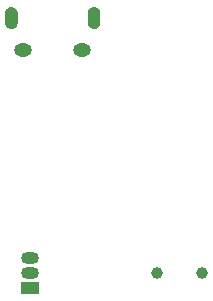
<source format=gbr>
%TF.GenerationSoftware,KiCad,Pcbnew,7.0.10*%
%TF.CreationDate,2024-11-19T10:35:13-08:00*%
%TF.ProjectId,pcb,7063622e-6b69-4636-9164-5f7063625858,rev?*%
%TF.SameCoordinates,Original*%
%TF.FileFunction,Soldermask,Bot*%
%TF.FilePolarity,Negative*%
%FSLAX46Y46*%
G04 Gerber Fmt 4.6, Leading zero omitted, Abs format (unit mm)*
G04 Created by KiCad (PCBNEW 7.0.10) date 2024-11-19 10:35:13*
%MOMM*%
%LPD*%
G01*
G04 APERTURE LIST*
%ADD10C,0.010000*%
%ADD11R,1.500000X1.050000*%
%ADD12O,1.500000X1.050000*%
%ADD13C,1.000000*%
%ADD14O,1.504000X1.154000*%
G04 APERTURE END LIST*
%TO.C,J1*%
D10*
X166119317Y-88190340D02*
X166144317Y-88192340D01*
X166169317Y-88195340D01*
X166194317Y-88200340D01*
X166219317Y-88206340D01*
X166244317Y-88213340D01*
X166268317Y-88221340D01*
X166291317Y-88231340D01*
X166314317Y-88242340D01*
X166337317Y-88254340D01*
X166359317Y-88268340D01*
X166380317Y-88282340D01*
X166400317Y-88298340D01*
X166419317Y-88314340D01*
X166438317Y-88332340D01*
X166455317Y-88350340D01*
X166472317Y-88370340D01*
X166487317Y-88390340D01*
X166502317Y-88411340D01*
X166515317Y-88433340D01*
X166527317Y-88455340D01*
X166538317Y-88478340D01*
X166548317Y-88502340D01*
X166557317Y-88526340D01*
X166564317Y-88550340D01*
X166570317Y-88575340D01*
X166574317Y-88600340D01*
X166578317Y-88626340D01*
X166580317Y-88651340D01*
X166580317Y-88676340D01*
X166580317Y-89452340D01*
X166580317Y-89477340D01*
X166578317Y-89502340D01*
X166574317Y-89528340D01*
X166570317Y-89553340D01*
X166564317Y-89578340D01*
X166557317Y-89602340D01*
X166548317Y-89626340D01*
X166538317Y-89650340D01*
X166527317Y-89673340D01*
X166515317Y-89695340D01*
X166502317Y-89717340D01*
X166487317Y-89738340D01*
X166472317Y-89758340D01*
X166455317Y-89778340D01*
X166438317Y-89796340D01*
X166419317Y-89814340D01*
X166400317Y-89830340D01*
X166380317Y-89846340D01*
X166359317Y-89860340D01*
X166337317Y-89874340D01*
X166314317Y-89886340D01*
X166291317Y-89897340D01*
X166268317Y-89907340D01*
X166244317Y-89915340D01*
X166219317Y-89922340D01*
X166194317Y-89928340D01*
X166169317Y-89933340D01*
X166144317Y-89936340D01*
X166119317Y-89938340D01*
X166093317Y-89939340D01*
X166067317Y-89938340D01*
X166042317Y-89936340D01*
X166017317Y-89933340D01*
X165992317Y-89928340D01*
X165967317Y-89922340D01*
X165942317Y-89915340D01*
X165918317Y-89907340D01*
X165895317Y-89897340D01*
X165872317Y-89886340D01*
X165849317Y-89874340D01*
X165827317Y-89860340D01*
X165806317Y-89846340D01*
X165786317Y-89830340D01*
X165767317Y-89814340D01*
X165748317Y-89796340D01*
X165731317Y-89778340D01*
X165714317Y-89758340D01*
X165699317Y-89738340D01*
X165684317Y-89717340D01*
X165671317Y-89695340D01*
X165659317Y-89673340D01*
X165648317Y-89650340D01*
X165638317Y-89626340D01*
X165629317Y-89602340D01*
X165622317Y-89578340D01*
X165616317Y-89553340D01*
X165612317Y-89528340D01*
X165608317Y-89502340D01*
X165606317Y-89477340D01*
X165606317Y-89452340D01*
X165605817Y-89451840D01*
X165606317Y-88676340D01*
X165606317Y-88651340D01*
X165608317Y-88626340D01*
X165612317Y-88600340D01*
X165616317Y-88575340D01*
X165622317Y-88550340D01*
X165629317Y-88526340D01*
X165638317Y-88502340D01*
X165648317Y-88478340D01*
X165659317Y-88455340D01*
X165671317Y-88433340D01*
X165684317Y-88411340D01*
X165699317Y-88390340D01*
X165714317Y-88370340D01*
X165731317Y-88350340D01*
X165748317Y-88332340D01*
X165767317Y-88314340D01*
X165786317Y-88298340D01*
X165806317Y-88282340D01*
X165827317Y-88268340D01*
X165849317Y-88254340D01*
X165872317Y-88242340D01*
X165895317Y-88231340D01*
X165918317Y-88221340D01*
X165942317Y-88213340D01*
X165967317Y-88206340D01*
X165992317Y-88200340D01*
X166017317Y-88195340D01*
X166042317Y-88192340D01*
X166067317Y-88190340D01*
X166093317Y-88189340D01*
X166119317Y-88190340D01*
G36*
X166119317Y-88190340D02*
G01*
X166144317Y-88192340D01*
X166169317Y-88195340D01*
X166194317Y-88200340D01*
X166219317Y-88206340D01*
X166244317Y-88213340D01*
X166268317Y-88221340D01*
X166291317Y-88231340D01*
X166314317Y-88242340D01*
X166337317Y-88254340D01*
X166359317Y-88268340D01*
X166380317Y-88282340D01*
X166400317Y-88298340D01*
X166419317Y-88314340D01*
X166438317Y-88332340D01*
X166455317Y-88350340D01*
X166472317Y-88370340D01*
X166487317Y-88390340D01*
X166502317Y-88411340D01*
X166515317Y-88433340D01*
X166527317Y-88455340D01*
X166538317Y-88478340D01*
X166548317Y-88502340D01*
X166557317Y-88526340D01*
X166564317Y-88550340D01*
X166570317Y-88575340D01*
X166574317Y-88600340D01*
X166578317Y-88626340D01*
X166580317Y-88651340D01*
X166580317Y-88676340D01*
X166580317Y-89452340D01*
X166580317Y-89477340D01*
X166578317Y-89502340D01*
X166574317Y-89528340D01*
X166570317Y-89553340D01*
X166564317Y-89578340D01*
X166557317Y-89602340D01*
X166548317Y-89626340D01*
X166538317Y-89650340D01*
X166527317Y-89673340D01*
X166515317Y-89695340D01*
X166502317Y-89717340D01*
X166487317Y-89738340D01*
X166472317Y-89758340D01*
X166455317Y-89778340D01*
X166438317Y-89796340D01*
X166419317Y-89814340D01*
X166400317Y-89830340D01*
X166380317Y-89846340D01*
X166359317Y-89860340D01*
X166337317Y-89874340D01*
X166314317Y-89886340D01*
X166291317Y-89897340D01*
X166268317Y-89907340D01*
X166244317Y-89915340D01*
X166219317Y-89922340D01*
X166194317Y-89928340D01*
X166169317Y-89933340D01*
X166144317Y-89936340D01*
X166119317Y-89938340D01*
X166093317Y-89939340D01*
X166067317Y-89938340D01*
X166042317Y-89936340D01*
X166017317Y-89933340D01*
X165992317Y-89928340D01*
X165967317Y-89922340D01*
X165942317Y-89915340D01*
X165918317Y-89907340D01*
X165895317Y-89897340D01*
X165872317Y-89886340D01*
X165849317Y-89874340D01*
X165827317Y-89860340D01*
X165806317Y-89846340D01*
X165786317Y-89830340D01*
X165767317Y-89814340D01*
X165748317Y-89796340D01*
X165731317Y-89778340D01*
X165714317Y-89758340D01*
X165699317Y-89738340D01*
X165684317Y-89717340D01*
X165671317Y-89695340D01*
X165659317Y-89673340D01*
X165648317Y-89650340D01*
X165638317Y-89626340D01*
X165629317Y-89602340D01*
X165622317Y-89578340D01*
X165616317Y-89553340D01*
X165612317Y-89528340D01*
X165608317Y-89502340D01*
X165606317Y-89477340D01*
X165606317Y-89452340D01*
X165605817Y-89451840D01*
X165606317Y-88676340D01*
X165606317Y-88651340D01*
X165608317Y-88626340D01*
X165612317Y-88600340D01*
X165616317Y-88575340D01*
X165622317Y-88550340D01*
X165629317Y-88526340D01*
X165638317Y-88502340D01*
X165648317Y-88478340D01*
X165659317Y-88455340D01*
X165671317Y-88433340D01*
X165684317Y-88411340D01*
X165699317Y-88390340D01*
X165714317Y-88370340D01*
X165731317Y-88350340D01*
X165748317Y-88332340D01*
X165767317Y-88314340D01*
X165786317Y-88298340D01*
X165806317Y-88282340D01*
X165827317Y-88268340D01*
X165849317Y-88254340D01*
X165872317Y-88242340D01*
X165895317Y-88231340D01*
X165918317Y-88221340D01*
X165942317Y-88213340D01*
X165967317Y-88206340D01*
X165992317Y-88200340D01*
X166017317Y-88195340D01*
X166042317Y-88192340D01*
X166067317Y-88190340D01*
X166093317Y-88189340D01*
X166119317Y-88190340D01*
G37*
X159119317Y-88190340D02*
X159144317Y-88192340D01*
X159169317Y-88195340D01*
X159194317Y-88200340D01*
X159219317Y-88206340D01*
X159244317Y-88213340D01*
X159268317Y-88221340D01*
X159291317Y-88231340D01*
X159314317Y-88242340D01*
X159337317Y-88254340D01*
X159359317Y-88268340D01*
X159380317Y-88282340D01*
X159400317Y-88298340D01*
X159419317Y-88314340D01*
X159438317Y-88332340D01*
X159455317Y-88350340D01*
X159472317Y-88370340D01*
X159487317Y-88390340D01*
X159502317Y-88411340D01*
X159515317Y-88433340D01*
X159527317Y-88455340D01*
X159538317Y-88478340D01*
X159548317Y-88502340D01*
X159557317Y-88526340D01*
X159564317Y-88550340D01*
X159570317Y-88575340D01*
X159574317Y-88600340D01*
X159578317Y-88626340D01*
X159580317Y-88651340D01*
X159580317Y-88676340D01*
X159580317Y-89452340D01*
X159580317Y-89477340D01*
X159578317Y-89502340D01*
X159574317Y-89528340D01*
X159570317Y-89553340D01*
X159564317Y-89578340D01*
X159557317Y-89602340D01*
X159548317Y-89626340D01*
X159538317Y-89650340D01*
X159527317Y-89673340D01*
X159515317Y-89695340D01*
X159502317Y-89717340D01*
X159487317Y-89738340D01*
X159472317Y-89758340D01*
X159455317Y-89778340D01*
X159438317Y-89796340D01*
X159419317Y-89814340D01*
X159400317Y-89830340D01*
X159380317Y-89846340D01*
X159359317Y-89860340D01*
X159337317Y-89874340D01*
X159314317Y-89886340D01*
X159291317Y-89897340D01*
X159268317Y-89907340D01*
X159244317Y-89915340D01*
X159219317Y-89922340D01*
X159194317Y-89928340D01*
X159169317Y-89933340D01*
X159144317Y-89936340D01*
X159119317Y-89938340D01*
X159093317Y-89939340D01*
X159067317Y-89938340D01*
X159042317Y-89936340D01*
X159017317Y-89933340D01*
X158992317Y-89928340D01*
X158967317Y-89922340D01*
X158942317Y-89915340D01*
X158918317Y-89907340D01*
X158895317Y-89897340D01*
X158872317Y-89886340D01*
X158849317Y-89874340D01*
X158827317Y-89860340D01*
X158806317Y-89846340D01*
X158786317Y-89830340D01*
X158767317Y-89814340D01*
X158748317Y-89796340D01*
X158731317Y-89778340D01*
X158714317Y-89758340D01*
X158699317Y-89738340D01*
X158684317Y-89717340D01*
X158671317Y-89695340D01*
X158659317Y-89673340D01*
X158648317Y-89650340D01*
X158638317Y-89626340D01*
X158629317Y-89602340D01*
X158622317Y-89578340D01*
X158616317Y-89553340D01*
X158612317Y-89528340D01*
X158608317Y-89502340D01*
X158606317Y-89477340D01*
X158606317Y-89452340D01*
X158605817Y-89451840D01*
X158606317Y-88676340D01*
X158606317Y-88651340D01*
X158608317Y-88626340D01*
X158612317Y-88600340D01*
X158616317Y-88575340D01*
X158622317Y-88550340D01*
X158629317Y-88526340D01*
X158638317Y-88502340D01*
X158648317Y-88478340D01*
X158659317Y-88455340D01*
X158671317Y-88433340D01*
X158684317Y-88411340D01*
X158699317Y-88390340D01*
X158714317Y-88370340D01*
X158731317Y-88350340D01*
X158748317Y-88332340D01*
X158767317Y-88314340D01*
X158786317Y-88298340D01*
X158806317Y-88282340D01*
X158827317Y-88268340D01*
X158849317Y-88254340D01*
X158872317Y-88242340D01*
X158895317Y-88231340D01*
X158918317Y-88221340D01*
X158942317Y-88213340D01*
X158967317Y-88206340D01*
X158992317Y-88200340D01*
X159017317Y-88195340D01*
X159042317Y-88192340D01*
X159067317Y-88190340D01*
X159093317Y-88189340D01*
X159119317Y-88190340D01*
G36*
X159119317Y-88190340D02*
G01*
X159144317Y-88192340D01*
X159169317Y-88195340D01*
X159194317Y-88200340D01*
X159219317Y-88206340D01*
X159244317Y-88213340D01*
X159268317Y-88221340D01*
X159291317Y-88231340D01*
X159314317Y-88242340D01*
X159337317Y-88254340D01*
X159359317Y-88268340D01*
X159380317Y-88282340D01*
X159400317Y-88298340D01*
X159419317Y-88314340D01*
X159438317Y-88332340D01*
X159455317Y-88350340D01*
X159472317Y-88370340D01*
X159487317Y-88390340D01*
X159502317Y-88411340D01*
X159515317Y-88433340D01*
X159527317Y-88455340D01*
X159538317Y-88478340D01*
X159548317Y-88502340D01*
X159557317Y-88526340D01*
X159564317Y-88550340D01*
X159570317Y-88575340D01*
X159574317Y-88600340D01*
X159578317Y-88626340D01*
X159580317Y-88651340D01*
X159580317Y-88676340D01*
X159580317Y-89452340D01*
X159580317Y-89477340D01*
X159578317Y-89502340D01*
X159574317Y-89528340D01*
X159570317Y-89553340D01*
X159564317Y-89578340D01*
X159557317Y-89602340D01*
X159548317Y-89626340D01*
X159538317Y-89650340D01*
X159527317Y-89673340D01*
X159515317Y-89695340D01*
X159502317Y-89717340D01*
X159487317Y-89738340D01*
X159472317Y-89758340D01*
X159455317Y-89778340D01*
X159438317Y-89796340D01*
X159419317Y-89814340D01*
X159400317Y-89830340D01*
X159380317Y-89846340D01*
X159359317Y-89860340D01*
X159337317Y-89874340D01*
X159314317Y-89886340D01*
X159291317Y-89897340D01*
X159268317Y-89907340D01*
X159244317Y-89915340D01*
X159219317Y-89922340D01*
X159194317Y-89928340D01*
X159169317Y-89933340D01*
X159144317Y-89936340D01*
X159119317Y-89938340D01*
X159093317Y-89939340D01*
X159067317Y-89938340D01*
X159042317Y-89936340D01*
X159017317Y-89933340D01*
X158992317Y-89928340D01*
X158967317Y-89922340D01*
X158942317Y-89915340D01*
X158918317Y-89907340D01*
X158895317Y-89897340D01*
X158872317Y-89886340D01*
X158849317Y-89874340D01*
X158827317Y-89860340D01*
X158806317Y-89846340D01*
X158786317Y-89830340D01*
X158767317Y-89814340D01*
X158748317Y-89796340D01*
X158731317Y-89778340D01*
X158714317Y-89758340D01*
X158699317Y-89738340D01*
X158684317Y-89717340D01*
X158671317Y-89695340D01*
X158659317Y-89673340D01*
X158648317Y-89650340D01*
X158638317Y-89626340D01*
X158629317Y-89602340D01*
X158622317Y-89578340D01*
X158616317Y-89553340D01*
X158612317Y-89528340D01*
X158608317Y-89502340D01*
X158606317Y-89477340D01*
X158606317Y-89452340D01*
X158605817Y-89451840D01*
X158606317Y-88676340D01*
X158606317Y-88651340D01*
X158608317Y-88626340D01*
X158612317Y-88600340D01*
X158616317Y-88575340D01*
X158622317Y-88550340D01*
X158629317Y-88526340D01*
X158638317Y-88502340D01*
X158648317Y-88478340D01*
X158659317Y-88455340D01*
X158671317Y-88433340D01*
X158684317Y-88411340D01*
X158699317Y-88390340D01*
X158714317Y-88370340D01*
X158731317Y-88350340D01*
X158748317Y-88332340D01*
X158767317Y-88314340D01*
X158786317Y-88298340D01*
X158806317Y-88282340D01*
X158827317Y-88268340D01*
X158849317Y-88254340D01*
X158872317Y-88242340D01*
X158895317Y-88231340D01*
X158918317Y-88221340D01*
X158942317Y-88213340D01*
X158967317Y-88206340D01*
X158992317Y-88200340D01*
X159017317Y-88195340D01*
X159042317Y-88192340D01*
X159067317Y-88190340D01*
X159093317Y-88189340D01*
X159119317Y-88190340D01*
G37*
%TD*%
D11*
%TO.C,U2*%
X160689117Y-111924340D03*
D12*
X160689117Y-110654340D03*
X160689117Y-109384340D03*
%TD*%
D13*
%TO.C,X1*%
X175294117Y-110654340D03*
X171484117Y-110654340D03*
%TD*%
D14*
%TO.C,J1*%
X165093317Y-91764340D03*
X160093317Y-91764340D03*
%TD*%
M02*

</source>
